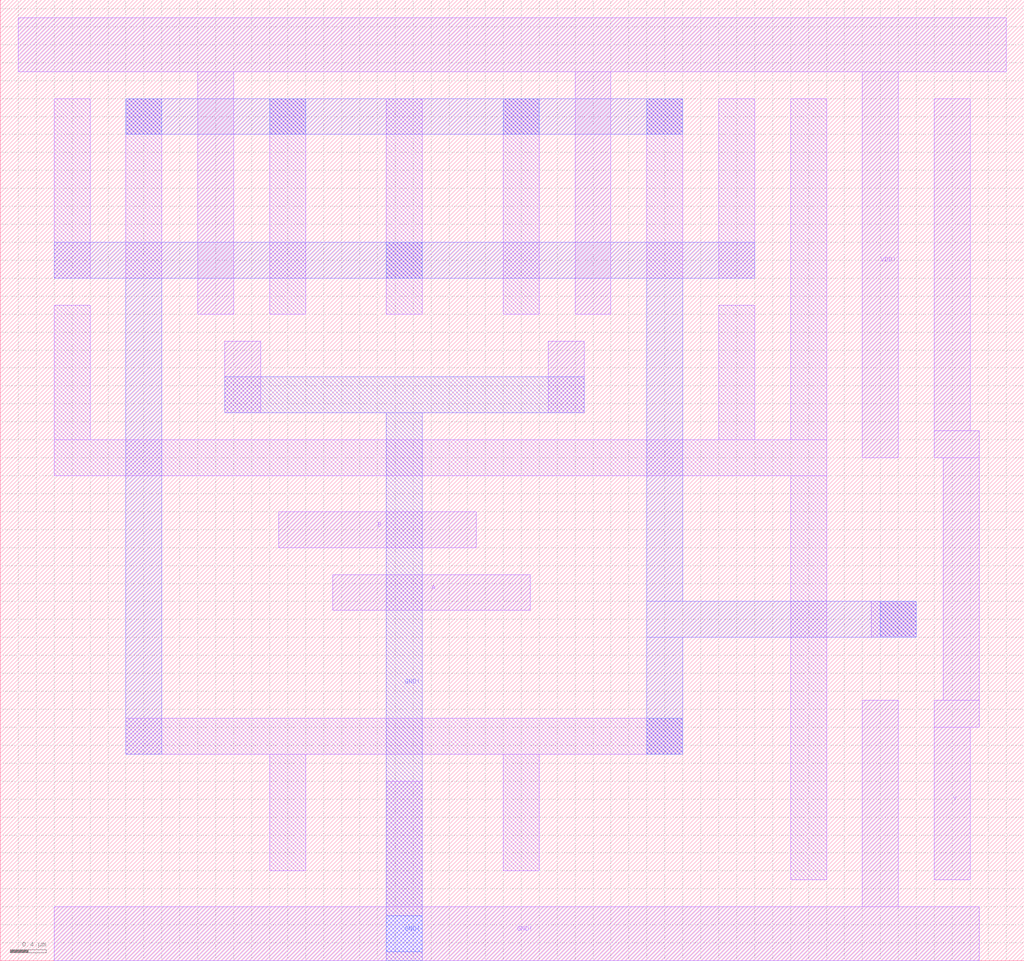
<source format=lef>
VERSION 5.7 ;
  NOWIREEXTENSIONATPIN ON ;
  DIVIDERCHAR "/" ;
  BUSBITCHARS "[]" ;
MACRO PNOR2X1
  CLASS BLOCK ;
  FOREIGN PNOR2X1 ;
  ORIGIN 0.000 0.000 ;
  SIZE 11.400 BY 10.700 ;
  PIN VDD!
    DIRECTION INOUT ;
    USE POWER ;
    PORT
      LAYER metal1 ;
        RECT 0.200 9.900 11.200 10.500 ;
        RECT 2.200 7.200 2.600 9.900 ;
        RECT 6.400 7.200 6.800 9.900 ;
        RECT 9.600 5.600 10.000 9.900 ;
    END
  END VDD!
  PIN GND!
    DIRECTION INOUT ;
    USE POWER ;
    PORT
      LAYER metal1 ;
        RECT 2.500 6.100 2.900 6.900 ;
        RECT 6.100 6.100 6.500 6.900 ;
        RECT 4.300 0.600 4.700 2.000 ;
        RECT 9.600 0.600 10.000 2.900 ;
        RECT 0.600 0.000 10.900 0.600 ;
      LAYER via1 ;
        RECT 4.300 0.100 4.700 0.500 ;
      LAYER metal2 ;
        RECT 2.500 6.100 6.500 6.500 ;
        RECT 4.300 0.000 4.700 6.100 ;
    END
  END GND!
  PIN B
    DIRECTION INPUT ;
    USE SIGNAL ;
    ANTENNAGATEAREA 1.160000 ;
    PORT
      LAYER metal1 ;
        RECT 3.100 4.600 5.300 5.000 ;
    END
  END B
  PIN A
    DIRECTION INPUT ;
    USE SIGNAL ;
    ANTENNAGATEAREA 1.160000 ;
    PORT
      LAYER metal1 ;
        RECT 3.700 3.900 5.900 4.300 ;
    END
  END A
  PIN Y
    DIRECTION OUTPUT ;
    USE SIGNAL ;
    PORT
      LAYER metal1 ;
        RECT 10.400 5.900 10.800 9.600 ;
        RECT 10.400 5.600 10.900 5.900 ;
        RECT 10.500 2.900 10.900 5.600 ;
        RECT 10.400 2.600 10.900 2.900 ;
        RECT 10.400 0.900 10.800 2.600 ;
    END
  END Y
  OBS
      LAYER metal1 ;
        RECT 0.600 7.600 1.000 9.600 ;
        RECT 1.400 7.600 1.800 9.600 ;
        RECT 0.600 5.800 1.000 7.300 ;
        RECT 3.000 7.200 3.400 9.600 ;
        RECT 4.300 7.200 4.700 9.600 ;
        RECT 5.600 7.200 6.000 9.600 ;
        RECT 7.200 7.600 7.600 9.600 ;
        RECT 8.000 7.600 8.400 9.600 ;
        RECT 8.000 5.800 8.400 7.300 ;
        RECT 8.800 5.800 9.200 9.600 ;
        RECT 0.600 5.400 9.200 5.800 ;
        RECT 1.400 2.300 7.600 2.700 ;
        RECT 3.000 1.000 3.400 2.300 ;
        RECT 5.600 1.000 6.000 2.300 ;
        RECT 8.800 0.900 9.200 5.400 ;
        RECT 9.700 3.600 10.200 4.000 ;
      LAYER via1 ;
        RECT 1.400 9.200 1.800 9.600 ;
        RECT 3.000 9.200 3.400 9.600 ;
        RECT 4.300 7.600 4.700 8.000 ;
        RECT 5.600 9.200 6.000 9.600 ;
        RECT 7.200 9.200 7.600 9.600 ;
        RECT 7.200 2.300 7.600 2.700 ;
        RECT 9.800 3.600 10.200 4.000 ;
      LAYER metal2 ;
        RECT 1.400 9.200 7.600 9.600 ;
        RECT 0.600 7.600 8.400 8.000 ;
        RECT 1.400 2.300 1.800 7.600 ;
        RECT 7.200 4.000 7.600 7.600 ;
        RECT 7.200 3.600 10.200 4.000 ;
        RECT 7.200 2.300 7.600 3.600 ;
  END
END PNOR2X1
END LIBRARY


</source>
